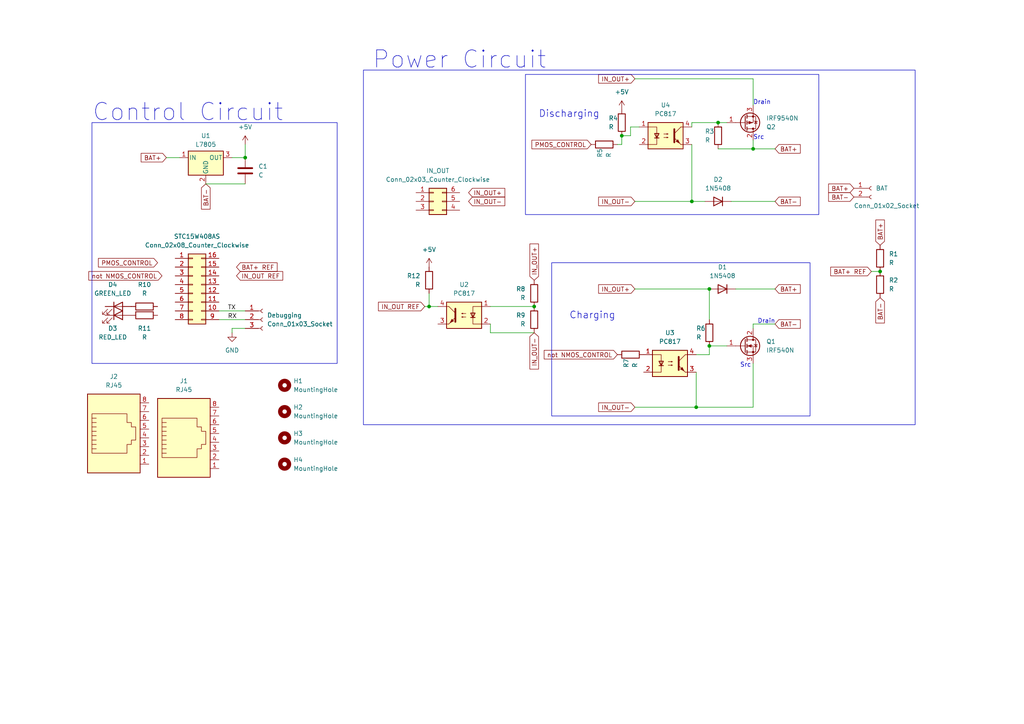
<source format=kicad_sch>
(kicad_sch (version 20230121) (generator eeschema)
  (paper "A4")
  (lib_symbols
    (symbol "Connector:Conn_01x02_Socket" (pin_names (offset 1.016) hide)
      (property "Reference" "J" (at 0 2.54 0))
      (property "Value" "Conn_01x02_Socket" (at 0 -5.08 0))
      (symbol "Conn_01x02_Socket_1_1"
        (arc (start 0 -2.032) (mid -0.5058 -2.54) (end 0 -3.048) (stroke (width 0.1524)))
        (polyline (pts (xy -1.27 -2.54) (xy -0.508 -2.54)) (stroke (width 0.1524)))
        (polyline (pts (xy -1.27 0) (xy -0.508 0)) (stroke (width 0.1524)))
        (arc (start 0 0.508) (mid -0.5058 0) (end 0 -0.508) (stroke (width 0.1524)))
        (pin passive line (at -5.08 0 0) (length 3.81) (name "Pin_1") (number "1"))
        (pin passive line (at -5.08 -2.54 0) (length 3.81) (name "Pin_2") (number "2"))
      )
    )
    (symbol "Connector:Conn_01x03_Socket" (pin_names (offset 1.016) hide)
      (property "Reference" "J" (at 0 5.08 0))
      (property "Value" "Conn_01x03_Socket" (at 0 -5.08 0))
      (symbol "Conn_01x03_Socket_1_1"
        (arc (start 0 -2.032) (mid -0.5058 -2.54) (end 0 -3.048) (stroke (width 0.1524)))
        (polyline (pts (xy -1.27 -2.54) (xy -0.508 -2.54)) (stroke (width 0.1524)))
        (polyline (pts (xy -1.27 0) (xy -0.508 0)) (stroke (width 0.1524)))
        (polyline (pts (xy -1.27 2.54) (xy -0.508 2.54)) (stroke (width 0.1524)))
        (arc (start 0 0.508) (mid -0.5058 0) (end 0 -0.508) (stroke (width 0.1524)))
        (arc (start 0 3.048) (mid -0.5058 2.54) (end 0 2.032) (stroke (width 0.1524)))
        (pin passive line (at -5.08 2.54 0) (length 3.81) (name "Pin_1") (number "1"))
        (pin passive line (at -5.08 0 0) (length 3.81) (name "Pin_2") (number "2"))
        (pin passive line (at -5.08 -2.54 0) (length 3.81) (name "Pin_3") (number "3"))
      )
    )
    (symbol "Connector:RJ45" (pin_names (offset 1.016))
      (property "Reference" "J" (at -5.08 13.97 0))
      (property "Value" "RJ45" (at 2.54 13.97 0))
      (symbol "RJ45_0_1"
        (polyline (pts (xy -5.08 4.445) (xy -6.35 4.445)))
        (polyline (pts (xy -5.08 5.715) (xy -6.35 5.715)))
        (polyline (pts (xy -6.35 -3.175) (xy -5.08 -3.175) (xy -5.08 -3.175)))
        (polyline (pts (xy -6.35 -1.905) (xy -5.08 -1.905) (xy -5.08 -1.905)))
        (polyline (pts (xy -6.35 -0.635) (xy -5.08 -0.635) (xy -5.08 -0.635)))
        (polyline (pts (xy -6.35 0.635) (xy -5.08 0.635) (xy -5.08 0.635)))
        (polyline (pts (xy -6.35 1.905) (xy -5.08 1.905) (xy -5.08 1.905)))
        (polyline (pts (xy -5.08 3.175) (xy -6.35 3.175) (xy -6.35 3.175)))
        (polyline (pts (xy -6.35 -4.445) (xy -6.35 6.985) (xy 3.81 6.985) (xy 3.81 4.445) (xy 5.08 4.445) (xy 5.08 3.175) (xy 6.35 3.175) (xy 6.35 -0.635) (xy 5.08 -0.635) (xy 5.08 -1.905) (xy 3.81 -1.905) (xy 3.81 -4.445) (xy -6.35 -4.445) (xy -6.35 -4.445)))
        (rectangle (start 7.62 12.7) (end -7.62 -10.16) (stroke (width 0.254)) (fill (type background)))
      )
      (symbol "RJ45_1_1"
        (pin passive line (at 10.16 -7.62 180) (length 2.54) (name "~") (number "1"))
        (pin passive line (at 10.16 -5.08 180) (length 2.54) (name "~") (number "2"))
        (pin passive line (at 10.16 -2.54 180) (length 2.54) (name "~") (number "3"))
        (pin passive line (at 10.16 0 180) (length 2.54) (name "~") (number "4"))
        (pin passive line (at 10.16 2.54 180) (length 2.54) (name "~") (number "5"))
        (pin passive line (at 10.16 5.08 180) (length 2.54) (name "~") (number "6"))
        (pin passive line (at 10.16 7.62 180) (length 2.54) (name "~") (number "7"))
        (pin passive line (at 10.16 10.16 180) (length 2.54) (name "~") (number "8"))
      )
    )
    (symbol "Connector_Generic:Conn_02x03_Counter_Clockwise" (pin_names (offset 1.016) hide)
      (property "Reference" "J" (at 1.27 5.08 0))
      (property "Value" "Conn_02x03_Counter_Clockwise" (at 1.27 -5.08 0))
      (symbol "Conn_02x03_Counter_Clockwise_1_1"
        (rectangle (start -1.27 -2.413) (end 0 -2.667) (stroke (width 0.1524)))
        (rectangle (start -1.27 0.127) (end 0 -0.127) (stroke (width 0.1524)))
        (rectangle (start -1.27 2.667) (end 0 2.413) (stroke (width 0.1524)))
        (rectangle (start -1.27 3.81) (end 3.81 -3.81) (stroke (width 0.254)) (fill (type background)))
        (rectangle (start 3.81 -2.413) (end 2.54 -2.667) (stroke (width 0.1524)))
        (rectangle (start 3.81 0.127) (end 2.54 -0.127) (stroke (width 0.1524)))
        (rectangle (start 3.81 2.667) (end 2.54 2.413) (stroke (width 0.1524)))
        (pin passive line (at -5.08 2.54 0) (length 3.81) (name "Pin_1") (number "1"))
        (pin passive line (at -5.08 0 0) (length 3.81) (name "Pin_2") (number "2"))
        (pin passive line (at -5.08 -2.54 0) (length 3.81) (name "Pin_3") (number "3"))
        (pin passive line (at 7.62 -2.54 180) (length 3.81) (name "Pin_4") (number "4"))
        (pin passive line (at 7.62 0 180) (length 3.81) (name "Pin_5") (number "5"))
        (pin passive line (at 7.62 2.54 180) (length 3.81) (name "Pin_6") (number "6"))
      )
    )
    (symbol "Connector_Generic:Conn_02x08_Counter_Clockwise" (pin_names (offset 1.016) hide)
      (property "Reference" "J" (at 1.27 10.16 0))
      (property "Value" "Conn_02x08_Counter_Clockwise" (at 1.27 -12.7 0))
      (symbol "Conn_02x08_Counter_Clockwise_1_1"
        (rectangle (start -1.27 -10.033) (end 0 -10.287) (stroke (width 0.1524)))
        (rectangle (start -1.27 -7.493) (end 0 -7.747) (stroke (width 0.1524)))
        (rectangle (start -1.27 -4.953) (end 0 -5.207) (stroke (width 0.1524)))
        (rectangle (start -1.27 -2.413) (end 0 -2.667) (stroke (width 0.1524)))
        (rectangle (start -1.27 0.127) (end 0 -0.127) (stroke (width 0.1524)))
        (rectangle (start -1.27 2.667) (end 0 2.413) (stroke (width 0.1524)))
        (rectangle (start -1.27 5.207) (end 0 4.953) (stroke (width 0.1524)))
        (rectangle (start -1.27 7.747) (end 0 7.493) (stroke (width 0.1524)))
        (rectangle (start -1.27 8.89) (end 3.81 -11.43) (stroke (width 0.254)) (fill (type background)))
        (rectangle (start 3.81 -10.033) (end 2.54 -10.287) (stroke (width 0.1524)))
        (rectangle (start 3.81 -7.493) (end 2.54 -7.747) (stroke (width 0.1524)))
        (rectangle (start 3.81 -4.953) (end 2.54 -5.207) (stroke (width 0.1524)))
        (rectangle (start 3.81 -2.413) (end 2.54 -2.667) (stroke (width 0.1524)))
        (rectangle (start 3.81 0.127) (end 2.54 -0.127) (stroke (width 0.1524)))
        (rectangle (start 3.81 2.667) (end 2.54 2.413) (stroke (width 0.1524)))
        (rectangle (start 3.81 5.207) (end 2.54 4.953) (stroke (width 0.1524)))
        (rectangle (start 3.81 7.747) (end 2.54 7.493) (stroke (width 0.1524)))
        (pin passive line (at -5.08 7.62 0) (length 3.81) (name "Pin_1") (number "1"))
        (pin passive line (at 7.62 -7.62 180) (length 3.81) (name "Pin_10") (number "10"))
        (pin passive line (at 7.62 -5.08 180) (length 3.81) (name "Pin_11") (number "11"))
        (pin passive line (at 7.62 -2.54 180) (length 3.81) (name "Pin_12") (number "12"))
        (pin passive line (at 7.62 0 180) (length 3.81) (name "Pin_13") (number "13"))
        (pin passive line (at 7.62 2.54 180) (length 3.81) (name "Pin_14") (number "14"))
        (pin passive line (at 7.62 5.08 180) (length 3.81) (name "Pin_15") (number "15"))
        (pin passive line (at 7.62 7.62 180) (length 3.81) (name "Pin_16") (number "16"))
        (pin passive line (at -5.08 5.08 0) (length 3.81) (name "Pin_2") (number "2"))
        (pin passive line (at -5.08 2.54 0) (length 3.81) (name "Pin_3") (number "3"))
        (pin passive line (at -5.08 0 0) (length 3.81) (name "Pin_4") (number "4"))
        (pin passive line (at -5.08 -2.54 0) (length 3.81) (name "Pin_5") (number "5"))
        (pin passive line (at -5.08 -5.08 0) (length 3.81) (name "Pin_6") (number "6"))
        (pin passive line (at -5.08 -7.62 0) (length 3.81) (name "Pin_7") (number "7"))
        (pin passive line (at -5.08 -10.16 0) (length 3.81) (name "Pin_8") (number "8"))
        (pin passive line (at 7.62 -10.16 180) (length 3.81) (name "Pin_9") (number "9"))
      )
    )
    (symbol "Device:C" (pin_numbers hide) (pin_names (offset 0.254))
      (property "Reference" "C" (at 0.635 2.54 0))
      (property "Value" "C" (at 0.635 -2.54 0))
      (symbol "C_0_1"
        (polyline (pts (xy -2.032 -0.762) (xy 2.032 -0.762)) (stroke (width 0.508)))
        (polyline (pts (xy -2.032 0.762) (xy 2.032 0.762)) (stroke (width 0.508)))
      )
      (symbol "C_1_1"
        (pin passive line (at 0 3.81 270) (length 2.794) (name "~") (number "1"))
        (pin passive line (at 0 -3.81 90) (length 2.794) (name "~") (number "2"))
      )
    )
    (symbol "Device:LED" (pin_numbers hide) (pin_names (offset 1.016) hide)
      (property "Reference" "D" (at 0 2.54 0))
      (property "Value" "LED" (at 0 -2.54 0))
      (symbol "LED_0_1"
        (polyline (pts (xy -1.27 -1.27) (xy -1.27 1.27)) (stroke (width 0.254)))
        (polyline (pts (xy -1.27 0) (xy 1.27 0)))
        (polyline (pts (xy 1.27 -1.27) (xy 1.27 1.27) (xy -1.27 0) (xy 1.27 -1.27)) (stroke (width 0.254)))
        (polyline (pts (xy -3.048 -0.762) (xy -4.572 -2.286) (xy -3.81 -2.286) (xy -4.572 -2.286) (xy -4.572 -1.524)))
        (polyline (pts (xy -1.778 -0.762) (xy -3.302 -2.286) (xy -2.54 -2.286) (xy -3.302 -2.286) (xy -3.302 -1.524)))
      )
      (symbol "LED_1_1"
        (pin passive line (at -3.81 0 0) (length 2.54) (name "K") (number "1"))
        (pin passive line (at 3.81 0 180) (length 2.54) (name "A") (number "2"))
      )
    )
    (symbol "Device:R" (pin_numbers hide) (pin_names (offset 0))
      (property "Reference" "R" (at 2.032 0 90))
      (property "Value" "R" (at 0 0 90))
      (symbol "R_0_1"
        (rectangle (start -1.016 -2.54) (end 1.016 2.54) (stroke (width 0.254)))
      )
      (symbol "R_1_1"
        (pin passive line (at 0 3.81 270) (length 1.27) (name "~") (number "1"))
        (pin passive line (at 0 -3.81 90) (length 1.27) (name "~") (number "2"))
      )
    )
    (symbol "Diode:1N5408" (pin_numbers hide) (pin_names hide)
      (property "Reference" "D" (at 0 2.54 0))
      (property "Value" "1N5408" (at 0 -2.54 0))
      (symbol "1N5408_0_1"
        (polyline (pts (xy -1.27 1.27) (xy -1.27 -1.27)) (stroke (width 0.254)))
        (polyline (pts (xy 1.27 0) (xy -1.27 0)))
        (polyline (pts (xy 1.27 1.27) (xy 1.27 -1.27) (xy -1.27 0) (xy 1.27 1.27)) (stroke (width 0.254)))
      )
      (symbol "1N5408_1_1"
        (pin passive line (at -3.81 0 0) (length 2.54) (name "K") (number "1"))
        (pin passive line (at 3.81 0 180) (length 2.54) (name "A") (number "2"))
      )
    )
    (symbol "Isolator:PC817" (pin_names (offset 1.016))
      (property "Reference" "U" (at -5.08 5.08 0))
      (property "Value" "PC817" (at 0 5.08 0))
      (symbol "PC817_0_1"
        (rectangle (start -5.08 3.81) (end 5.08 -3.81) (stroke (width 0.254)) (fill (type background)))
        (polyline (pts (xy -3.175 -0.635) (xy -1.905 -0.635)) (stroke (width 0.254)))
        (polyline (pts (xy 2.54 0.635) (xy 4.445 2.54)))
        (polyline (pts (xy 4.445 -2.54) (xy 2.54 -0.635)) (fill (type outline)))
        (polyline (pts (xy 4.445 -2.54) (xy 5.08 -2.54)))
        (polyline (pts (xy 4.445 2.54) (xy 5.08 2.54)))
        (polyline (pts (xy -5.08 2.54) (xy -2.54 2.54) (xy -2.54 -0.635)))
        (polyline (pts (xy -2.54 -0.635) (xy -2.54 -2.54) (xy -5.08 -2.54)))
        (polyline (pts (xy 2.54 1.905) (xy 2.54 -1.905) (xy 2.54 -1.905)) (stroke (width 0.508)))
        (polyline (pts (xy -2.54 -0.635) (xy -3.175 0.635) (xy -1.905 0.635) (xy -2.54 -0.635)) (stroke (width 0.254)))
        (polyline (pts (xy -0.508 -0.508) (xy 0.762 -0.508) (xy 0.381 -0.635) (xy 0.381 -0.381) (xy 0.762 -0.508)))
        (polyline (pts (xy -0.508 0.508) (xy 0.762 0.508) (xy 0.381 0.381) (xy 0.381 0.635) (xy 0.762 0.508)))
        (polyline (pts (xy 3.048 -1.651) (xy 3.556 -1.143) (xy 4.064 -2.159) (xy 3.048 -1.651) (xy 3.048 -1.651)) (fill (type outline)))
      )
      (symbol "PC817_1_1"
        (pin passive line (at -7.62 2.54 0) (length 2.54) (name "~") (number "1"))
        (pin passive line (at -7.62 -2.54 0) (length 2.54) (name "~") (number "2"))
        (pin passive line (at 7.62 -2.54 180) (length 2.54) (name "~") (number "3"))
        (pin passive line (at 7.62 2.54 180) (length 2.54) (name "~") (number "4"))
      )
    )
    (symbol "Mechanical:MountingHole" (pin_names (offset 1.016))
      (property "Reference" "H" (at 0 5.08 0))
      (property "Value" "MountingHole" (at 0 3.175 0))
      (symbol "MountingHole_0_1"
        (circle (center 0 0) (radius 1.27) (stroke (width 1.27)))
      )
    )
    (symbol "Regulator_Linear:L7805" (pin_names (offset 0.254))
      (property "Reference" "U" (at -3.81 3.175 0))
      (property "Value" "L7805" (at 0 3.175 0))
      (symbol "L7805_0_1"
        (rectangle (start -5.08 1.905) (end 5.08 -5.08) (stroke (width 0.254)) (fill (type background)))
      )
      (symbol "L7805_1_1"
        (pin power_in line (at -7.62 0 0) (length 2.54) (name "IN") (number "1"))
        (pin power_in line (at 0 -7.62 90) (length 2.54) (name "GND") (number "2"))
        (pin power_out line (at 7.62 0 180) (length 2.54) (name "OUT") (number "3"))
      )
    )
    (symbol "Transistor_FET:IRF540N" (pin_names hide)
      (property "Reference" "Q" (at 6.35 1.905 0))
      (property "Value" "IRF540N" (at 6.35 0 0))
      (symbol "IRF540N_0_1"
        (polyline (pts (xy 0.254 0) (xy -2.54 0)))
        (polyline (pts (xy 0.254 1.905) (xy 0.254 -1.905)) (stroke (width 0.254)))
        (polyline (pts (xy 0.762 -1.27) (xy 0.762 -2.286)) (stroke (width 0.254)))
        (polyline (pts (xy 0.762 0.508) (xy 0.762 -0.508)) (stroke (width 0.254)))
        (polyline (pts (xy 0.762 2.286) (xy 0.762 1.27)) (stroke (width 0.254)))
        (polyline (pts (xy 2.54 2.54) (xy 2.54 1.778)))
        (polyline (pts (xy 2.54 -2.54) (xy 2.54 0) (xy 0.762 0)))
        (polyline (pts (xy 0.762 -1.778) (xy 3.302 -1.778) (xy 3.302 1.778) (xy 0.762 1.778)))
        (polyline (pts (xy 1.016 0) (xy 2.032 0.381) (xy 2.032 -0.381) (xy 1.016 0)) (fill (type outline)))
        (polyline (pts (xy 2.794 0.508) (xy 2.921 0.381) (xy 3.683 0.381) (xy 3.81 0.254)))
        (polyline (pts (xy 3.302 0.381) (xy 2.921 -0.254) (xy 3.683 -0.254) (xy 3.302 0.381)))
        (circle (center 1.651 0) (radius 2.794) (stroke (width 0.254)))
        (circle (center 2.54 -1.778) (radius 0.254) (fill (type outline)))
        (circle (center 2.54 1.778) (radius 0.254) (fill (type outline)))
      )
      (symbol "IRF540N_1_1"
        (pin input line (at -5.08 0 0) (length 2.54) (name "G") (number "1"))
        (pin passive line (at 2.54 5.08 270) (length 2.54) (name "D") (number "2"))
        (pin passive line (at 2.54 -5.08 90) (length 2.54) (name "S") (number "3"))
      )
    )
    (symbol "Transistor_FET:IRF9540N" (pin_names hide)
      (property "Reference" "Q" (at 5.08 1.905 0))
      (property "Value" "IRF9540N" (at 5.08 0 0))
      (symbol "IRF9540N_0_1"
        (polyline (pts (xy 0.254 0) (xy -2.54 0)))
        (polyline (pts (xy 0.254 1.905) (xy 0.254 -1.905)) (stroke (width 0.254)))
        (polyline (pts (xy 0.762 -1.27) (xy 0.762 -2.286)) (stroke (width 0.254)))
        (polyline (pts (xy 0.762 0.508) (xy 0.762 -0.508)) (stroke (width 0.254)))
        (polyline (pts (xy 0.762 2.286) (xy 0.762 1.27)) (stroke (width 0.254)))
        (polyline (pts (xy 2.54 2.54) (xy 2.54 1.778)))
        (polyline (pts (xy 2.54 -2.54) (xy 2.54 0) (xy 0.762 0)))
        (polyline (pts (xy 0.762 1.778) (xy 3.302 1.778) (xy 3.302 -1.778) (xy 0.762 -1.778)))
        (polyline (pts (xy 2.286 0) (xy 1.27 0.381) (xy 1.27 -0.381) (xy 2.286 0)) (fill (type outline)))
        (polyline (pts (xy 2.794 -0.508) (xy 2.921 -0.381) (xy 3.683 -0.381) (xy 3.81 -0.254)))
        (polyline (pts (xy 3.302 -0.381) (xy 2.921 0.254) (xy 3.683 0.254) (xy 3.302 -0.381)))
        (circle (center 1.651 0) (radius 2.794) (stroke (width 0.254)))
        (circle (center 2.54 -1.778) (radius 0.254) (fill (type outline)))
        (circle (center 2.54 1.778) (radius 0.254) (fill (type outline)))
      )
      (symbol "IRF9540N_1_1"
        (pin input line (at -5.08 0 0) (length 2.54) (name "G") (number "1"))
        (pin passive line (at 2.54 5.08 270) (length 2.54) (name "D") (number "2"))
        (pin passive line (at 2.54 -5.08 90) (length 2.54) (name "S") (number "3"))
      )
    )
    (symbol "power:+5V" (power) (pin_names (offset 0))
      (property "Value" "+5V" (at 0 3.556 0))
      (symbol "+5V_0_1"
        (polyline (pts (xy -0.762 1.27) (xy 0 2.54)))
        (polyline (pts (xy 0 0) (xy 0 2.54)))
        (polyline (pts (xy 0 2.54) (xy 0.762 1.27)))
      )
      (symbol "+5V_1_1"
        (pin power_in line (at 0 0 90) (length 0) hide (name "+5V") (number "1"))
      )
    )
    (symbol "power:GND" (power) (pin_names (offset 0))
      (property "Value" "GND" (at 0 -3.81 0))
      (symbol "GND_0_1"
        (polyline (pts (xy 0 0) (xy 0 -1.27) (xy 1.27 -1.27) (xy 0 -2.54) (xy -1.27 -1.27) (xy 0 -1.27)))
      )
      (symbol "GND_1_1"
        (pin power_in line (at 0 0 270) (length 0) hide (name "GND") (number "1"))
      )
    )
  )
  (junction (at 201.93 118.11))
  (junction (at 124.46 88.9))
  (junction (at 200.66 58.42))
  (junction (at 71.12 45.72))
  (junction (at 154.94 88.9))
  (junction (at 205.74 83.82))
  (junction (at 218.44 43.18))
  (junction (at 208.28 35.56))
  (junction (at 205.74 100.33))
  (junction (at 255.27 78.74))
  (junction (at 180.34 39.37))
  (wire (pts (xy 252.73 78.74) (xy 255.27 78.74)))
  (wire (pts (xy 200.66 58.42) (xy 204.47 58.42)))
  (wire (pts (xy 213.36 83.82) (xy 224.79 83.82)))
  (wire (pts (xy 208.28 35.56) (xy 200.66 35.56)))
  (wire (pts (xy 205.74 102.87) (xy 201.93 102.87)))
  (wire (pts (xy 182.88 39.37) (xy 180.34 39.37)))
  (wire (pts (xy 201.93 107.95) (xy 201.93 118.11)))
  (wire (pts (xy 182.88 36.83) (xy 182.88 39.37)))
  (wire (pts (xy 218.44 22.86) (xy 218.44 30.48)))
  (wire (pts (xy 212.09 58.42) (xy 224.79 58.42)))
  (wire (pts (xy 205.74 100.33) (xy 205.74 102.87)))
  (wire (pts (xy 218.44 43.18) (xy 224.79 43.18)))
  (wire (pts (xy 71.12 95.25) (xy 67.31 95.25)))
  (wire (pts (xy 48.26 45.72) (xy 52.07 45.72)))
  (wire (pts (xy 63.5 90.17) (xy 71.12 90.17)))
  (wire (pts (xy 184.15 83.82) (xy 205.74 83.82)))
  (wire (pts (xy 200.66 35.56) (xy 200.66 36.83)))
  (wire (pts (xy 224.79 93.98) (xy 218.44 93.98)))
  (wire (pts (xy 63.5 92.71) (xy 71.12 92.71)))
  (wire (pts (xy 124.46 85.09) (xy 124.46 88.9)))
  (wire (pts (xy 184.15 58.42) (xy 200.66 58.42)))
  (wire (pts (xy 127 88.9) (xy 124.46 88.9)))
  (wire (pts (xy 184.15 22.86) (xy 218.44 22.86)))
  (wire (pts (xy 180.34 39.37) (xy 180.34 41.91)))
  (wire (pts (xy 218.44 93.98) (xy 218.44 95.25)))
  (wire (pts (xy 71.12 45.72) (xy 67.31 45.72)))
  (wire (pts (xy 205.74 83.82) (xy 205.74 92.71)))
  (wire (pts (xy 71.12 41.91) (xy 71.12 45.72)))
  (wire (pts (xy 179.07 41.91) (xy 180.34 41.91)))
  (wire (pts (xy 154.94 88.9) (xy 142.24 88.9)))
  (wire (pts (xy 205.74 100.33) (xy 210.82 100.33)))
  (wire (pts (xy 218.44 40.64) (xy 218.44 43.18)))
  (wire (pts (xy 142.24 96.52) (xy 154.94 96.52)))
  (wire (pts (xy 142.24 93.98) (xy 142.24 96.52)))
  (wire (pts (xy 59.69 53.34) (xy 71.12 53.34)))
  (wire (pts (xy 184.15 118.11) (xy 201.93 118.11)))
  (wire (pts (xy 218.44 118.11) (xy 218.44 105.41)))
  (wire (pts (xy 67.31 95.25) (xy 67.31 96.52)))
  (wire (pts (xy 124.46 88.9) (xy 123.19 88.9)))
  (wire (pts (xy 201.93 118.11) (xy 218.44 118.11)))
  (wire (pts (xy 210.82 35.56) (xy 208.28 35.56)))
  (wire (pts (xy 200.66 41.91) (xy 200.66 58.42)))
  (wire (pts (xy 208.28 43.18) (xy 218.44 43.18)))
  (wire (pts (xy 185.42 36.83) (xy 182.88 36.83)))
  (rectangle (start 160.02 76.2) (end 234.95 120.65))
  (rectangle (start 152.4 21.59) (end 237.49 62.23))
  (rectangle (start 105.41 20.32) (end 265.43 123.19))
  (rectangle (start 26.67 35.56) (end 97.79 105.41))
  (text "Discharging" (at 156.21 34.29 0) (effects (font (size 2 2)) (justify left bottom)))
  (text "Drain\n" (at 218.44 30.48 0) (effects (font (size 1.27 1.27)) (justify left bottom)))
  (text "Control Circuit\n" (at 26.67 35.56 0) (effects (font (size 5 5)) (justify left bottom)))
  (text "Src" (at 214.63 106.68 0) (effects (font (size 1.27 1.27)) (justify left bottom)))
  (text "Drain\n" (at 219.71 93.98 0) (effects (font (size 1.27 1.27)) (justify left bottom)))
  (text "Charging" (at 165.1 92.71 0) (effects (font (size 2 2)) (justify left bottom)))
  (text "Src" (at 218.44 40.64 0) (effects (font (size 1.27 1.27)) (justify left bottom)))
  (text "Power Circuit" (at 107.95 20.32 0) (effects (font (size 5 5)) (justify left bottom)))
  (label "TX" (at 66.04 90.17 0))
  (label "RX" (at 66.04 92.71 0))
  (global_label "BAT+" (shape input) (at 247.65 54.61 180) (property "Intersheetrefs" "${INTERSHEET_REFS}" (effects hide)))
  (global_label "BAT-" (shape input) (at 59.69 53.34 270) (property "Intersheetrefs" "${INTERSHEET_REFS}" (effects hide)))
  (global_label "BAT-" (shape input) (at 255.27 86.36 270) (property "Intersheetrefs" "${INTERSHEET_REFS}" (effects hide)))
  (global_label "BAT-" (shape input) (at 224.79 93.98 0) (property "Intersheetrefs" "${INTERSHEET_REFS}" (effects hide)))
  (global_label "not NMOS_CONTROL" (shape input) (at 46.99 80.01 180) (property "Intersheetrefs" "${INTERSHEET_REFS}" (effects hide)))
  (global_label "IN_OUT+" (shape input) (at 184.15 83.82 180) (property "Intersheetrefs" "${INTERSHEET_REFS}" (effects hide)))
  (global_label "BAT-" (shape input) (at 247.65 57.15 180) (property "Intersheetrefs" "${INTERSHEET_REFS}" (effects hide)))
  (global_label "BAT-" (shape input) (at 224.79 58.42 0) (property "Intersheetrefs" "${INTERSHEET_REFS}" (effects hide)))
  (global_label "IN_OUT+" (shape input) (at 184.15 22.86 180) (property "Intersheetrefs" "${INTERSHEET_REFS}" (effects hide)))
  (global_label "IN_OUT REF" (shape input) (at 123.19 88.9 180) (property "Intersheetrefs" "${INTERSHEET_REFS}" (effects hide)))
  (global_label "PMOS_CONTROL" (shape input) (at 171.45 41.91 180) (property "Intersheetrefs" "${INTERSHEET_REFS}" (effects hide)))
  (global_label "BAT+" (shape input) (at 255.27 71.12 90) (property "Intersheetrefs" "${INTERSHEET_REFS}" (effects hide)))
  (global_label "IN_OUT-" (shape input) (at 184.15 118.11 180) (property "Intersheetrefs" "${INTERSHEET_REFS}" (effects hide)))
  (global_label "PMOS_CONTROL" (shape input) (at 45.72 76.2 180) (property "Intersheetrefs" "${INTERSHEET_REFS}" (effects hide)))
  (global_label "BAT+ REF" (shape input) (at 68.58 77.47 0) (property "Intersheetrefs" "${INTERSHEET_REFS}" (effects hide)))
  (global_label "IN_OUT+" (shape input) (at 154.94 81.28 90) (property "Intersheetrefs" "${INTERSHEET_REFS}" (effects hide)))
  (global_label "IN_OUT REF" (shape input) (at 68.58 80.01 0) (property "Intersheetrefs" "${INTERSHEET_REFS}" (effects hide)))
  (global_label "IN_OUT-" (shape input) (at 154.94 96.52 270) (property "Intersheetrefs" "${INTERSHEET_REFS}" (effects hide)))
  (global_label "IN_OUT-" (shape input) (at 135.89 58.42 0) (property "Intersheetrefs" "${INTERSHEET_REFS}" (effects hide)))
  (global_label "BAT+ REF" (shape input) (at 252.73 78.74 180) (property "Intersheetrefs" "${INTERSHEET_REFS}" (effects hide)))
  (global_label "IN_OUT+" (shape input) (at 135.89 55.88 0) (property "Intersheetrefs" "${INTERSHEET_REFS}" (effects hide)))
  (global_label "IN_OUT-" (shape input) (at 184.15 58.42 180) (property "Intersheetrefs" "${INTERSHEET_REFS}" (effects hide)))
  (global_label "BAT+" (shape input) (at 48.26 45.72 180) (property "Intersheetrefs" "${INTERSHEET_REFS}" (effects hide)))
  (global_label "BAT+" (shape input) (at 224.79 83.82 0) (property "Intersheetrefs" "${INTERSHEET_REFS}" (effects hide)))
  (global_label "BAT+" (shape input) (at 224.79 43.18 0) (property "Intersheetrefs" "${INTERSHEET_REFS}" (effects hide)))
  (global_label "not NMOS_CONTROL" (shape input) (at 179.07 102.87 180) (property "Intersheetrefs" "${INTERSHEET_REFS}" (effects hide)))
  (symbol (lib_id "Device:R") (at 154.94 85.09 0) (mirror y) (unit 1)
    (property "Reference" "R8" (at 152.4 83.82 0) (effects (justify left)))
    (property "Value" "R" (at 152.4 86.36 0) (effects (justify left)))
    (property "Footprint" "Resistor_THT:R_Axial_DIN0207_L6.3mm_D2.5mm_P7.62mm_Horizontal" (effects hide))
  )
  (symbol (lib_id "Mechanical:MountingHole") (at 82.55 134.62 0) (unit 1)
    (property "Reference" "H4" (at 85.09 133.35 0) (effects (justify left)))
    (property "Value" "MountingHole" (at 85.09 135.89 0) (effects (justify left)))
    (property "Footprint" "MountingHole:MountingHole_3.2mm_M3_ISO7380_Pad" (effects hide))
  )
  (symbol (lib_id "Isolator:PC817") (at 134.62 91.44 0) (mirror y) (unit 1)
    (property "Reference" "U2" (at 134.62 82.55 0))
    (property "Value" "PC817" (at 134.62 85.09 0))
    (property "Footprint" "Package_DIP:DIP-4_W7.62mm" (effects hide))
    (property "Datasheet" "http://www.soselectronic.cz/a_info/resource/d/pc817.pdf" (effects hide))
  )
  (symbol (lib_id "Connector:Conn_01x03_Socket") (at 76.2 92.71 0) (unit 1)
    (property "Reference" "Debugging" (at 77.47 91.44 0) (effects (justify left)))
    (property "Value" "Conn_01x03_Socket" (at 77.47 93.98 0) (effects (justify left)))
    (property "Footprint" "Connector_PinSocket_2.54mm:PinSocket_1x03_P2.54mm_Vertical" (effects hide))
  )
  (symbol (lib_id "Mechanical:MountingHole") (at 82.55 127 0) (unit 1)
    (property "Reference" "H3" (at 85.09 125.73 0) (effects (justify left)))
    (property "Value" "MountingHole" (at 85.09 128.27 0) (effects (justify left)))
    (property "Footprint" "MountingHole:MountingHole_3.2mm_M3_ISO7380_Pad" (effects hide))
  )
  (symbol (lib_id "Connector:RJ45") (at 33.02 127 0) (unit 1)
    (property "Reference" "J2" (at 33.02 109.22 0))
    (property "Value" "RJ45" (at 33.02 111.76 0))
  )
  (symbol (lib_id "Device:R") (at 182.88 102.87 270) (unit 1)
    (property "Reference" "R7" (at 181.61 106.68 0) (effects (justify right)))
    (property "Value" "R" (at 184.15 106.68 0) (effects (justify right)))
    (property "Footprint" "Resistor_THT:R_Axial_DIN0207_L6.3mm_D2.5mm_P7.62mm_Horizontal" (effects hide))
  )
  (symbol (lib_id "Device:R") (at 41.91 88.9 90) (unit 1)
    (property "Reference" "R10" (at 41.91 82.55 90))
    (property "Value" "R" (at 41.91 85.09 90))
    (property "Footprint" "Resistor_THT:R_Axial_DIN0207_L6.3mm_D2.5mm_P7.62mm_Horizontal" (effects hide))
  )
  (symbol (lib_id "Connector_Generic:Conn_02x08_Counter_Clockwise") (at 55.88 82.55 0) (unit 1)
    (property "Reference" "STC15W408AS" (at 57.15 68.58 0))
    (property "Value" "Conn_02x08_Counter_Clockwise" (at 57.15 71.12 0))
    (property "Footprint" "Package_DIP:DIP-16_W7.62mm_LongPads" (effects hide))
  )
  (symbol (lib_id "power:+5V") (at 124.46 77.47 0) (mirror y) (unit 1)
    (property "Reference" "#PWR01" (effects hide))
    (property "Value" "+5V" (at 124.46 72.39 0))
  )
  (symbol (lib_id "Diode:1N5408") (at 209.55 83.82 180) (unit 1)
    (property "Reference" "D1" (at 209.55 77.47 0))
    (property "Value" "1N5408" (at 209.55 80.01 0))
    (property "Footprint" "Diode_THT:D_DO-201AD_P15.24mm_Horizontal" (effects hide))
    (property "Datasheet" "http://www.vishay.com/docs/88516/1n5400.pdf" (effects hide))
    (property "Sim.Device" "D" (effects hide))
    (property "Sim.Pins" "1=K 2=A" (effects hide))
  )
  (symbol (lib_id "Isolator:PC817") (at 194.31 105.41 0) (unit 1)
    (property "Reference" "U3" (at 194.31 96.52 0))
    (property "Value" "PC817" (at 194.31 99.06 0))
    (property "Footprint" "Package_DIP:DIP-4_W7.62mm" (effects hide))
    (property "Datasheet" "http://www.soselectronic.cz/a_info/resource/d/pc817.pdf" (effects hide))
  )
  (symbol (lib_id "power:+5V") (at 71.12 41.91 0) (unit 1)
    (property "Reference" "#PWR03" (effects hide))
    (property "Value" "+5V" (at 71.12 36.83 0))
  )
  (symbol (lib_id "Device:R") (at 154.94 92.71 0) (mirror y) (unit 1)
    (property "Reference" "R9" (at 152.4 91.44 0) (effects (justify left)))
    (property "Value" "R" (at 152.4 93.98 0) (effects (justify left)))
    (property "Footprint" "Resistor_THT:R_Axial_DIN0207_L6.3mm_D2.5mm_P7.62mm_Horizontal" (effects hide))
  )
  (symbol (lib_id "Transistor_FET:IRF9540N") (at 215.9 35.56 0) (mirror x) (unit 1)
    (property "Reference" "Q2" (at 222.25 36.83 0) (effects (justify left)))
    (property "Value" "IRF9540N" (at 222.25 34.29 0) (effects (justify left)))
    (property "Footprint" "Package_TO_SOT_THT:TO-220-3_Vertical" (effects hide))
    (property "Datasheet" "http://www.irf.com/product-info/datasheets/data/irf9540n.pdf" (effects hide))
  )
  (symbol (lib_id "Mechanical:MountingHole") (at 82.55 119.38 0) (unit 1)
    (property "Reference" "H2" (at 85.09 118.11 0) (effects (justify left)))
    (property "Value" "MountingHole" (at 85.09 120.65 0) (effects (justify left)))
    (property "Footprint" "MountingHole:MountingHole_3.2mm_M3_ISO7380_Pad" (effects hide))
  )
  (symbol (lib_id "Mechanical:MountingHole") (at 82.55 111.76 0) (unit 1)
    (property "Reference" "H1" (at 85.09 110.49 0) (effects (justify left)))
    (property "Value" "MountingHole" (at 85.09 113.03 0) (effects (justify left)))
    (property "Footprint" "MountingHole:MountingHole_3.2mm_M3_ISO7380_Pad" (effects hide))
  )
  (symbol (lib_id "Regulator_Linear:L7805") (at 59.69 45.72 0) (unit 1)
    (property "Reference" "U1" (at 59.69 39.37 0))
    (property "Value" "L7805" (at 59.69 41.91 0))
    (property "Datasheet" "http://www.st.com/content/ccc/resource/technical/document/datasheet/41/4f/b3/b0/12/d4/47/88/CD00000444.pdf/files/CD00000444.pdf/jcr:content/translations/en.CD00000444.pdf" (effects hide))
  )
  (symbol (lib_id "Isolator:PC817") (at 193.04 39.37 0) (unit 1)
    (property "Reference" "U4" (at 193.04 30.48 0))
    (property "Value" "PC817" (at 193.04 33.02 0))
    (property "Footprint" "Package_DIP:DIP-4_W7.62mm" (effects hide))
    (property "Datasheet" "http://www.soselectronic.cz/a_info/resource/d/pc817.pdf" (effects hide))
  )
  (symbol (lib_id "Connector_Generic:Conn_02x03_Counter_Clockwise") (at 125.73 58.42 0) (unit 1)
    (property "Reference" "IN_OUT" (at 127 49.53 0))
    (property "Value" "Conn_02x03_Counter_Clockwise" (at 127 52.07 0))
    (property "Footprint" "Connector_PinSocket_2.54mm:PinSocket_2x03_P2.54mm_Vertical" (effects hide))
  )
  (symbol (lib_id "Device:R") (at 41.91 91.44 90) (unit 1)
    (property "Reference" "R11" (at 41.91 95.25 90))
    (property "Value" "R" (at 41.91 97.79 90))
    (property "Footprint" "Resistor_THT:R_Axial_DIN0207_L6.3mm_D2.5mm_P7.62mm_Horizontal" (effects hide))
  )
  (symbol (lib_id "Device:R") (at 208.28 39.37 180) (unit 1)
    (property "Reference" "R3" (at 204.47 38.1 0) (effects (justify right)))
    (property "Value" "R" (at 204.47 40.64 0) (effects (justify right)))
    (property "Footprint" "Resistor_THT:R_Axial_DIN0207_L6.3mm_D2.5mm_P7.62mm_Horizontal" (effects hide))
  )
  (symbol (lib_id "Device:R") (at 205.74 96.52 180) (unit 1)
    (property "Reference" "R6" (at 201.93 95.25 0) (effects (justify right)))
    (property "Value" "R" (at 201.93 97.79 0) (effects (justify right)))
    (property "Footprint" "Resistor_THT:R_Axial_DIN0207_L6.3mm_D2.5mm_P7.62mm_Horizontal" (effects hide))
  )
  (symbol (lib_id "Transistor_FET:IRF540N") (at 215.9 100.33 0) (unit 1)
    (property "Reference" "Q1" (at 222.25 99.06 0) (effects (justify left)))
    (property "Value" "IRF540N" (at 222.25 101.6 0) (effects (justify left)))
    (property "Footprint" "Package_TO_SOT_THT:TO-220-3_Vertical" (effects hide))
    (property "Datasheet" "http://www.irf.com/product-info/datasheets/data/irf540n.pdf" (effects hide))
  )
  (symbol (lib_id "Device:R") (at 255.27 74.93 0) (unit 1)
    (property "Reference" "R1" (at 257.81 73.66 0) (effects (justify left)))
    (property "Value" "R" (at 257.81 76.2 0) (effects (justify left)))
    (property "Footprint" "Resistor_THT:R_Axial_DIN0207_L6.3mm_D2.5mm_P7.62mm_Horizontal" (effects hide))
  )
  (symbol (lib_id "Connector:RJ45") (at 53.34 128.27 0) (unit 1)
    (property "Reference" "J1" (at 53.34 110.49 0))
    (property "Value" "RJ45" (at 53.34 113.03 0))
  )
  (symbol (lib_id "Diode:1N5408") (at 208.28 58.42 180) (unit 1)
    (property "Reference" "D2" (at 208.28 52.07 0))
    (property "Value" "1N5408" (at 208.28 54.61 0))
    (property "Footprint" "Diode_THT:D_DO-201AD_P15.24mm_Horizontal" (effects hide))
    (property "Datasheet" "http://www.vishay.com/docs/88516/1n5400.pdf" (effects hide))
    (property "Sim.Device" "D" (effects hide))
    (property "Sim.Pins" "1=K 2=A" (effects hide))
  )
  (symbol (lib_id "Device:R") (at 180.34 35.56 180) (unit 1)
    (property "Reference" "R4" (at 176.53 34.29 0) (effects (justify right)))
    (property "Value" "R" (at 176.53 36.83 0) (effects (justify right)))
    (property "Footprint" "Resistor_THT:R_Axial_DIN0207_L6.3mm_D2.5mm_P7.62mm_Horizontal" (effects hide))
  )
  (symbol (lib_id "Connector:Conn_01x02_Socket") (at 252.73 54.61 0) (unit 1)
    (property "Reference" "BAT" (at 254 54.61 0) (effects (justify left)))
    (property "Value" "Conn_01x02_Socket" (at 247.65 59.69 0) (effects (justify left)))
    (property "Footprint" "Connector_PinSocket_2.54mm:PinSocket_1x02_P2.54mm_Vertical" (effects hide))
  )
  (symbol (lib_id "Device:R") (at 124.46 81.28 0) (mirror y) (unit 1)
    (property "Reference" "R12" (at 121.92 80.01 0) (effects (justify left)))
    (property "Value" "R" (at 121.92 82.55 0) (effects (justify left)))
    (property "Footprint" "Resistor_THT:R_Axial_DIN0207_L6.3mm_D2.5mm_P7.62mm_Horizontal" (effects hide))
  )
  (symbol (lib_id "Device:LED") (at 34.29 91.44 0) (unit 1)
    (property "Reference" "D3" (at 32.7025 95.25 0))
    (property "Value" "RED_LED" (at 32.7025 97.79 0))
    (property "Footprint" "LED_THT:LED_D3.0mm" (effects hide))
  )
  (symbol (lib_id "power:GND") (at 67.31 96.52 0) (unit 1)
    (property "Reference" "#PWR08" (effects hide))
    (property "Value" "GND" (at 67.31 101.6 0))
  )
  (symbol (lib_id "Device:LED") (at 34.29 88.9 0) (unit 1)
    (property "Reference" "D4" (at 32.7025 82.55 0))
    (property "Value" "GREEN_LED" (at 32.7025 85.09 0))
    (property "Footprint" "LED_THT:LED_D3.0mm" (effects hide))
  )
  (symbol (lib_id "Device:R") (at 175.26 41.91 270) (unit 1)
    (property "Reference" "R5" (at 173.99 45.72 0) (effects (justify right)))
    (property "Value" "R" (at 176.53 45.72 0) (effects (justify right)))
    (property "Footprint" "Resistor_THT:R_Axial_DIN0207_L6.3mm_D2.5mm_P7.62mm_Horizontal" (effects hide))
  )
  (symbol (lib_id "power:+5V") (at 180.34 31.75 0) (unit 1)
    (property "Reference" "#PWR05" (effects hide))
    (property "Value" "+5V" (at 180.34 26.67 0))
  )
  (symbol (lib_id "Device:R") (at 255.27 82.55 0) (unit 1)
    (property "Reference" "R2" (at 257.81 81.28 0) (effects (justify left)))
    (property "Value" "R" (at 257.81 83.82 0) (effects (justify left)))
    (property "Footprint" "Resistor_THT:R_Axial_DIN0207_L6.3mm_D2.5mm_P7.62mm_Horizontal" (effects hide))
  )
  (symbol (lib_id "Device:C") (at 71.12 49.53 0) (unit 1)
    (property "Reference" "C1" (at 74.93 48.26 0) (effects (justify left)))
    (property "Value" "C" (at 74.93 50.8 0) (effects (justify left)))
    (property "Footprint" "Capacitor_THT:C_Disc_D5.0mm_W2.5mm_P2.50mm" (effects hide))
  )
)
</source>
